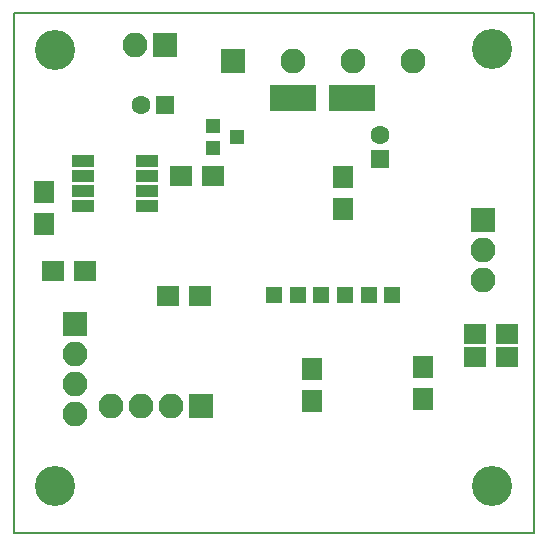
<source format=gbr>
G04 #@! TF.FileFunction,Soldermask,Bot*
%FSLAX46Y46*%
G04 Gerber Fmt 4.6, Leading zero omitted, Abs format (unit mm)*
G04 Created by KiCad (PCBNEW 4.0.7) date Sun Jun 24 13:53:47 2018*
%MOMM*%
%LPD*%
G01*
G04 APERTURE LIST*
%ADD10C,0.100000*%
%ADD11C,0.150000*%
%ADD12R,1.600000X1.600000*%
%ADD13C,1.600000*%
%ADD14C,3.400000*%
%ADD15R,1.300000X1.200000*%
%ADD16R,1.700000X1.900000*%
%ADD17R,1.900000X1.700000*%
%ADD18R,1.950000X1.000000*%
%ADD19R,2.110000X2.110000*%
%ADD20C,2.110000*%
%ADD21R,2.100000X2.100000*%
%ADD22O,2.100000X2.100000*%
%ADD23R,3.900000X2.200000*%
%ADD24R,1.400000X1.400000*%
G04 APERTURE END LIST*
D10*
D11*
X109800000Y-113600000D02*
X109800000Y-69600000D01*
X153800000Y-113600000D02*
X109800000Y-113600000D01*
X153800000Y-69600000D02*
X153800000Y-113600000D01*
X109800000Y-69600000D02*
X153800000Y-69600000D01*
D12*
X140820000Y-81890000D03*
D13*
X140820000Y-79890000D03*
D14*
X113300000Y-109600000D03*
X113300000Y-72700000D03*
X150300000Y-109600000D03*
X150300000Y-72600000D03*
D12*
X122590000Y-77340000D03*
D13*
X120590000Y-77340000D03*
D15*
X126690000Y-81010000D03*
X126690000Y-79110000D03*
X128690000Y-80060000D03*
D16*
X112370000Y-87410000D03*
X112370000Y-84710000D03*
D17*
X115850000Y-91450000D03*
X113150000Y-91450000D03*
X123960000Y-83370000D03*
X126660000Y-83370000D03*
X151530000Y-96750000D03*
X148830000Y-96750000D03*
X148830000Y-98710000D03*
X151530000Y-98710000D03*
D16*
X137660000Y-86160000D03*
X137660000Y-83460000D03*
X144440000Y-102280000D03*
X144440000Y-99580000D03*
X135060000Y-102440000D03*
X135060000Y-99740000D03*
D17*
X125540000Y-93540000D03*
X122840000Y-93540000D03*
D18*
X121080000Y-82095000D03*
X121080000Y-83365000D03*
X121080000Y-84635000D03*
X121080000Y-85905000D03*
X115680000Y-85905000D03*
X115680000Y-84635000D03*
X115680000Y-83365000D03*
X115680000Y-82095000D03*
D19*
X128360000Y-73610000D03*
D20*
X133440000Y-73610000D03*
X138520000Y-73610000D03*
X143600000Y-73610000D03*
D21*
X149490000Y-87070000D03*
D22*
X149490000Y-89610000D03*
X149490000Y-92150000D03*
D21*
X122570000Y-72280000D03*
D22*
X120030000Y-72280000D03*
D23*
X133440000Y-76790000D03*
X138440000Y-76790000D03*
D24*
X141840000Y-93420000D03*
X139840000Y-93420000D03*
X137840000Y-93420000D03*
X135840000Y-93420000D03*
X133840000Y-93420000D03*
X131840000Y-93420000D03*
D21*
X114940000Y-95920000D03*
D22*
X114940000Y-98460000D03*
X114940000Y-101000000D03*
X114940000Y-103540000D03*
D21*
X125676000Y-102880000D03*
D22*
X123136000Y-102880000D03*
X120596000Y-102880000D03*
X118056000Y-102880000D03*
M02*

</source>
